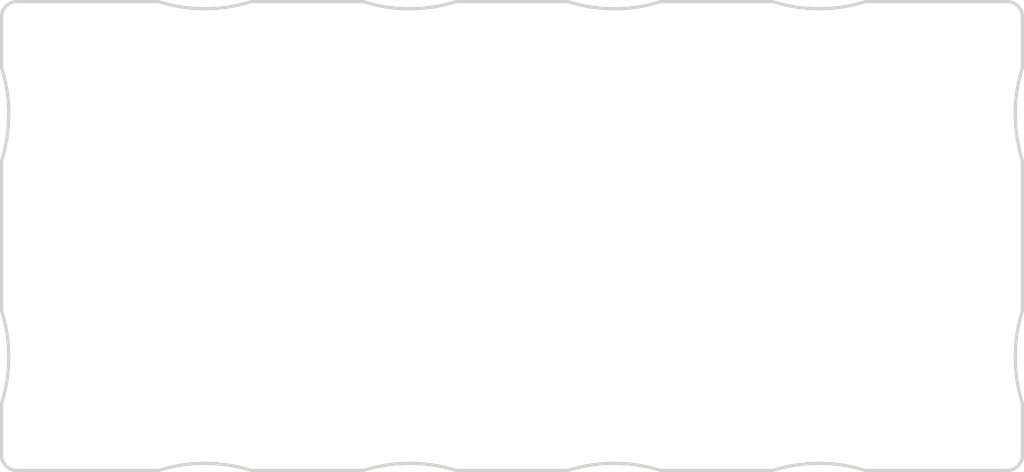
<source format=kicad_pcb>
(kicad_pcb (version 20200104) (host pcbnew "5.99.0-unknown-06c979d~86~ubuntu18.04.1")

  (general
    (thickness 1.6)
    (drawings 256)
    (tracks 0)
    (modules 0)
    (nets 1)
  )

  (page "A4")
  (layers
    (0 "F.Cu" signal)
    (31 "B.Cu" signal)
    (32 "B.Adhes" user)
    (33 "F.Adhes" user)
    (34 "B.Paste" user)
    (35 "F.Paste" user)
    (36 "B.SilkS" user)
    (37 "F.SilkS" user)
    (38 "B.Mask" user)
    (39 "F.Mask" user)
    (40 "Dwgs.User" user)
    (41 "Cmts.User" user)
    (42 "Eco1.User" user)
    (43 "Eco2.User" user)
    (44 "Edge.Cuts" user)
    (45 "Margin" user)
    (46 "B.CrtYd" user)
    (47 "F.CrtYd" user)
    (48 "B.Fab" user)
    (49 "F.Fab" user)
  )

  (setup
    (last_trace_width 0.25)
    (trace_clearance 0.2)
    (zone_clearance 0.508)
    (zone_45_only no)
    (trace_min 0.2)
    (via_size 0.8)
    (via_drill 0.4)
    (via_min_size 0.4)
    (via_min_drill 0.3)
    (uvia_size 0.3)
    (uvia_drill 0.1)
    (uvias_allowed no)
    (uvia_min_size 0.2)
    (uvia_min_drill 0.1)
    (max_error 0.005)
    (defaults
      (edge_clearance 0.01)
      (edge_cuts_line_width 0.05)
      (courtyard_line_width 0.05)
      (copper_line_width 0.2)
      (copper_text_dims (size 1.5 1.5) (thickness 0.3))
      (silk_line_width 0.12)
      (silk_text_dims (size 1 1) (thickness 0.15))
      (other_layers_line_width 0.1)
      (other_layers_text_dims (size 1 1) (thickness 0.15))
      (dimension_units 0)
      (dimension_precision 1)
    )
    (pad_size 1.524 1.524)
    (pad_drill 0.762)
    (pad_to_mask_clearance 0.051)
    (solder_mask_min_width 0.25)
    (aux_axis_origin 0 0)
    (visible_elements FFFFFF7F)
    (pcbplotparams
      (layerselection 0x010fc_ffffffff)
      (usegerberextensions false)
      (usegerberattributes false)
      (usegerberadvancedattributes false)
      (creategerberjobfile false)
      (excludeedgelayer true)
      (linewidth 0.150000)
      (plotframeref false)
      (viasonmask false)
      (mode 1)
      (useauxorigin false)
      (hpglpennumber 1)
      (hpglpenspeed 20)
      (hpglpendiameter 15.000000)
      (psnegative false)
      (psa4output false)
      (plotreference true)
      (plotvalue true)
      (plotinvisibletext false)
      (padsonsilk false)
      (subtractmaskfromsilk false)
      (outputformat 1)
      (mirror false)
      (drillshape 1)
      (scaleselection 1)
      (outputdirectory "")
    )
  )

  (net 0 "")

  (net_class "Default" "This is the default net class."
    (clearance 0.2)
    (trace_width 0.25)
    (via_dia 0.8)
    (via_drill 0.4)
    (uvia_dia 0.3)
    (uvia_drill 0.1)
  )

  (gr_line (start 109.182829 121.387464) (end 109.182829 121.387464) (layer "Edge.Cuts") (width 0.411418))
  (gr_line (start 110.646872 121.103131) (end 109.182829 121.387464) (layer "Edge.Cuts") (width 0.411418))
  (gr_line (start 190.916354 82.711385) (end 190.916354 101.601201) (layer "Edge.Cuts") (width 0.411418))
  (gr_line (start 62.141935 119.898557) (end 62.141935 113.350118) (layer "Edge.Cuts") (width 0.411418))
  (gr_line (start 133.565051 121.782697) (end 119.493292 121.782697) (layer "Edge.Cuts") (width 0.411418))
  (gr_line (start 107.744872 121.78262) (end 93.673098 121.78262) (layer "Edge.Cuts") (width 0.411418))
  (gr_line (start 159.384875 121.782422) (end 145.313097 121.782422) (layer "Edge.Cuts") (width 0.411418))
  (gr_line (start 171.133425 121.782636) (end 169.695498 121.387464) (layer "Edge.Cuts") (width 0.411418))
  (gr_line (start 109.182829 121.387464) (end 107.744898 121.782636) (layer "Edge.Cuts") (width 0.411418))
  (gr_line (start 168.231471 121.103131) (end 168.231471 121.103131) (layer "Edge.Cuts") (width 0.411418))
  (gr_line (start 169.695498 121.387464) (end 168.231471 121.103131) (layer "Edge.Cuts") (width 0.411418))
  (gr_line (start 169.695498 121.387464) (end 169.695498 121.387464) (layer "Edge.Cuts") (width 0.411418))
  (gr_line (start 113.619067 120.875043) (end 112.128909 120.931943) (layer "Edge.Cuts") (width 0.411418))
  (gr_line (start 83.362721 121.387464) (end 83.362721 121.387464) (layer "Edge.Cuts") (width 0.411418))
  (gr_line (start 145.313456 62.640973) (end 159.385226 62.640973) (layer "Edge.Cuts") (width 0.411418))
  (gr_line (start 62.821396 73.864911) (end 62.821396 73.864911) (layer "Edge.Cuts") (width 0.411418))
  (gr_line (start 62.992 75.346364) (end 62.821396 73.864911) (layer "Edge.Cuts") (width 0.411418))
  (gr_line (start 62.992 75.346364) (end 62.992 75.346364) (layer "Edge.Cuts") (width 0.411418))
  (gr_line (start 63.049452 76.837094) (end 62.992 75.346364) (layer "Edge.Cuts") (width 0.411418))
  (gr_line (start 189.031947 121.782239) (end 171.133349 121.782239) (layer "Edge.Cuts") (width 0.411418))
  (gr_line (start 171.13341 62.641889) (end 189.03213 62.641889) (layer "Edge.Cuts") (width 0.411418))
  (gr_line (start 62.141862 70.963071) (end 62.141862 64.526044) (layer "Edge.Cuts") (width 0.411418))
  (gr_line (start 190.916262 113.350163) (end 190.916262 119.898618) (layer "Edge.Cuts") (width 0.411418))
  (gr_line (start 81.924723 121.782636) (end 64.026047 121.782636) (layer "Edge.Cuts") (width 0.411418))
  (gr_line (start 142.411364 121.103131) (end 142.411364 121.103131) (layer "Edge.Cuts") (width 0.411418))
  (gr_line (start 143.875399 121.387464) (end 142.411364 121.103131) (layer "Edge.Cuts") (width 0.411418))
  (gr_line (start 143.875399 121.387464) (end 143.875399 121.387464) (layer "Edge.Cuts") (width 0.411418))
  (gr_line (start 145.313342 121.782636) (end 143.875399 121.387464) (layer "Edge.Cuts") (width 0.411418))
  (gr_line (start 92.235194 121.387464) (end 90.771147 121.103131) (layer "Edge.Cuts") (width 0.411418))
  (gr_line (start 62.177869 120.265759) (end 62.141897 119.89845) (layer "Edge.Cuts") (width 0.411418))
  (gr_line (start 62.177869 120.265759) (end 62.177869 120.265759) (layer "Edge.Cuts") (width 0.411418))
  (gr_line (start 62.285207 120.619153) (end 62.177869 120.265759) (layer "Edge.Cuts") (width 0.411418))
  (gr_line (start 62.285207 120.619153) (end 62.285207 120.619153) (layer "Edge.Cuts") (width 0.411418))
  (gr_line (start 169.695483 63.036893) (end 171.13341 62.641728) (layer "Edge.Cuts") (width 0.411418))
  (gr_line (start 169.695483 63.036893) (end 169.695483 63.036893) (layer "Edge.Cuts") (width 0.411418))
  (gr_line (start 168.231455 63.320653) (end 169.695483 63.036893) (layer "Edge.Cuts") (width 0.411418))
  (gr_line (start 168.231455 63.320653) (end 168.231455 63.320653) (layer "Edge.Cuts") (width 0.411418))
  (gr_line (start 93.673125 121.782636) (end 92.235194 121.387464) (layer "Edge.Cuts") (width 0.411418))
  (gr_line (start 118.0553 121.387464) (end 118.0553 121.387464) (layer "Edge.Cuts") (width 0.411418))
  (gr_line (start 163.769106 63.491834) (end 165.259257 63.549291) (layer "Edge.Cuts") (width 0.411418))
  (gr_line (start 163.769106 63.491834) (end 163.769106 63.491834) (layer "Edge.Cuts") (width 0.411418))
  (gr_line (start 162.287058 63.320653) (end 163.769106 63.491834) (layer "Edge.Cuts") (width 0.411418))
  (gr_line (start 162.287058 63.320653) (end 162.287058 63.320653) (layer "Edge.Cuts") (width 0.411418))
  (gr_line (start 189.752863 121.639295) (end 189.39947 121.746091) (layer "Edge.Cuts") (width 0.411418))
  (gr_line (start 189.752863 121.639295) (end 189.752863 121.639295) (layer "Edge.Cuts") (width 0.411418))
  (gr_line (start 190.078967 121.464627) (end 189.752863 121.639295) (layer "Edge.Cuts") (width 0.411418))
  (gr_line (start 190.078967 121.464627) (end 190.078967 121.464627) (layer "Edge.Cuts") (width 0.411418))
  (gr_line (start 115.109221 120.931943) (end 115.109221 120.931943) (layer "Edge.Cuts") (width 0.411418))
  (gr_line (start 62.979216 62.959165) (end 62.979216 62.959165) (layer "Edge.Cuts") (width 0.411418))
  (gr_line (start 62.69372 63.193585) (end 62.979216 62.959165) (layer "Edge.Cuts") (width 0.411418))
  (gr_line (start 62.69372 63.193585) (end 62.69372 63.193585) (layer "Edge.Cuts") (width 0.411418))
  (gr_line (start 62.459285 63.479093) (end 62.69372 63.193585) (layer "Edge.Cuts") (width 0.411418))
  (gr_line (start 62.459285 63.479093) (end 62.459285 63.479093) (layer "Edge.Cuts") (width 0.411418))
  (gr_line (start 63.658148 121.746076) (end 63.658148 121.746076) (layer "Edge.Cuts") (width 0.411418))
  (gr_line (start 64.026045 121.782636) (end 63.658148 121.746076) (layer "Edge.Cuts") (width 0.411418))
  (gr_line (start 189.39947 121.746091) (end 189.032153 121.782697) (layer "Edge.Cuts") (width 0.411418))
  (gr_line (start 189.39947 121.746091) (end 189.39947 121.746091) (layer "Edge.Cuts") (width 0.411418))
  (gr_line (start 160.823054 121.387464) (end 159.385119 121.782636) (layer "Edge.Cuts") (width 0.411418))
  (gr_line (start 160.823054 121.387464) (end 160.823054 121.387464) (layer "Edge.Cuts") (width 0.411418))
  (gr_line (start 162.287074 121.103131) (end 160.823054 121.387464) (layer "Edge.Cuts") (width 0.411418))
  (gr_line (start 162.287074 121.103131) (end 162.287074 121.103131) (layer "Edge.Cuts") (width 0.411418))
  (gr_line (start 62.459291 120.945264) (end 62.285207 120.619153) (layer "Edge.Cuts") (width 0.411418))
  (gr_line (start 62.459291 120.945264) (end 62.459291 120.945264) (layer "Edge.Cuts") (width 0.411418))
  (gr_line (start 62.693724 121.230786) (end 62.459291 120.945264) (layer "Edge.Cuts") (width 0.411418))
  (gr_line (start 62.693724 121.230786) (end 62.693724 121.230786) (layer "Edge.Cuts") (width 0.411418))
  (gr_line (start 62.979222 121.464627) (end 62.693724 121.230786) (layer "Edge.Cuts") (width 0.411418))
  (gr_line (start 92.235194 121.387464) (end 92.235194 121.387464) (layer "Edge.Cuts") (width 0.411418))
  (gr_line (start 63.049452 76.837094) (end 63.049452 76.837094) (layer "Edge.Cuts") (width 0.411418))
  (gr_line (start 62.992 78.327252) (end 63.049452 76.837094) (layer "Edge.Cuts") (width 0.411418))
  (gr_line (start 62.992 78.327252) (end 62.992 78.327252) (layer "Edge.Cuts") (width 0.411418))
  (gr_line (start 62.821396 79.808705) (end 62.992 78.327252) (layer "Edge.Cuts") (width 0.411418))
  (gr_line (start 87.798956 120.875043) (end 86.3088 120.931943) (layer "Edge.Cuts") (width 0.411418))
  (gr_line (start 62.979222 121.464627) (end 62.979222 121.464627) (layer "Edge.Cuts") (width 0.411418))
  (gr_line (start 63.304758 121.639295) (end 62.979222 121.464627) (layer "Edge.Cuts") (width 0.411418))
  (gr_line (start 63.304758 121.639295) (end 63.304758 121.639295) (layer "Edge.Cuts") (width 0.411418))
  (gr_line (start 63.658148 121.746076) (end 63.304758 121.639295) (layer "Edge.Cuts") (width 0.411418))
  (gr_line (start 62.992 108.966) (end 62.992 108.966) (layer "Edge.Cuts") (width 0.411418))
  (gr_line (start 62.821396 110.447453) (end 62.992 108.966) (layer "Edge.Cuts") (width 0.411418))
  (gr_line (start 62.821396 110.447453) (end 62.821396 110.447453) (layer "Edge.Cuts") (width 0.411418))
  (gr_line (start 62.537059 111.912084) (end 62.821396 110.447453) (layer "Edge.Cuts") (width 0.411418))
  (gr_line (start 62.821396 79.808705) (end 62.821396 79.808705) (layer "Edge.Cuts") (width 0.411418))
  (gr_line (start 62.537059 81.273343) (end 62.821396 79.808705) (layer "Edge.Cuts") (width 0.411418))
  (gr_line (start 62.537059 81.273343) (end 62.537059 81.273343) (layer "Edge.Cuts") (width 0.411418))
  (gr_line (start 62.14189 82.71127) (end 62.537059 81.273343) (layer "Edge.Cuts") (width 0.411418))
  (gr_line (start 119.493231 121.782636) (end 118.0553 121.387464) (layer "Edge.Cuts") (width 0.411418))
  (gr_line (start 84.826766 121.103131) (end 84.826766 121.103131) (layer "Edge.Cuts") (width 0.411418))
  (gr_line (start 84.826766 121.103131) (end 83.362721 121.387464) (layer "Edge.Cuts") (width 0.411418))
  (gr_line (start 190.916308 119.89845) (end 190.879809 120.265759) (layer "Edge.Cuts") (width 0.411418))
  (gr_line (start 62.537059 72.400853) (end 62.14189 70.962933) (layer "Edge.Cuts") (width 0.411418))
  (gr_line (start 62.537059 72.400853) (end 62.537059 72.400853) (layer "Edge.Cuts") (width 0.411418))
  (gr_line (start 62.821396 73.864911) (end 62.537059 72.400853) (layer "Edge.Cuts") (width 0.411418))
  (gr_line (start 63.658143 62.677617) (end 64.026039 62.641667) (layer "Edge.Cuts") (width 0.411418))
  (gr_line (start 63.658143 62.677617) (end 63.658143 62.677617) (layer "Edge.Cuts") (width 0.411418))
  (gr_line (start 63.304754 62.785062) (end 63.658143 62.677617) (layer "Edge.Cuts") (width 0.411418))
  (gr_line (start 63.304754 62.785062) (end 63.304754 62.785062) (layer "Edge.Cuts") (width 0.411418))
  (gr_line (start 62.979216 62.959165) (end 63.304754 62.785062) (layer "Edge.Cuts") (width 0.411418))
  (gr_line (start 113.619067 120.875043) (end 113.619067 120.875043) (layer "Edge.Cuts") (width 0.411418))
  (gr_line (start 116.591254 121.103131) (end 116.591254 121.103131) (layer "Edge.Cuts") (width 0.411418))
  (gr_line (start 190.879748 64.158009) (end 190.916247 64.525906) (layer "Edge.Cuts") (width 0.411418))
  (gr_line (start 190.879748 64.158009) (end 190.879748 64.158009) (layer "Edge.Cuts") (width 0.411418))
  (gr_line (start 190.772952 63.804616) (end 190.879748 64.158009) (layer "Edge.Cuts") (width 0.411418))
  (gr_line (start 190.772952 63.804616) (end 190.772952 63.804616) (layer "Edge.Cuts") (width 0.411418))
  (gr_line (start 190.598879 63.479093) (end 190.772952 63.804616) (layer "Edge.Cuts") (width 0.411418))
  (gr_line (start 139.439166 120.875043) (end 139.439166 120.875043) (layer "Edge.Cuts") (width 0.411418))
  (gr_line (start 140.929324 120.931943) (end 139.439166 120.875043) (layer "Edge.Cuts") (width 0.411418))
  (gr_line (start 140.929324 120.931943) (end 140.929324 120.931943) (layer "Edge.Cuts") (width 0.411418))
  (gr_line (start 142.411364 121.103131) (end 140.929324 120.931943) (layer "Edge.Cuts") (width 0.411418))
  (gr_line (start 62.285202 63.804616) (end 62.459285 63.479093) (layer "Edge.Cuts") (width 0.411418))
  (gr_line (start 62.285202 63.804616) (end 62.285202 63.804616) (layer "Edge.Cuts") (width 0.411418))
  (gr_line (start 62.177853 64.158009) (end 62.285202 63.804616) (layer "Edge.Cuts") (width 0.411418))
  (gr_line (start 62.177853 64.158009) (end 62.177853 64.158009) (layer "Edge.Cuts") (width 0.411418))
  (gr_line (start 62.141881 64.525906) (end 62.177853 64.158009) (layer "Edge.Cuts") (width 0.411418))
  (gr_line (start 83.362721 121.387464) (end 81.924792 121.782636) (layer "Edge.Cuts") (width 0.411418))
  (gr_line (start 116.591254 121.103131) (end 115.109221 120.931943) (layer "Edge.Cuts") (width 0.411418))
  (gr_line (start 93.673243 62.640897) (end 107.745017 62.640897) (layer "Edge.Cuts") (width 0.411418))
  (gr_line (start 64.026148 62.640996) (end 81.924754 62.640996) (layer "Edge.Cuts") (width 0.411418))
  (gr_line (start 119.493235 62.641591) (end 133.565005 62.641591) (layer "Edge.Cuts") (width 0.411418))
  (gr_line (start 190.916323 64.525838) (end 190.916323 70.962865) (layer "Edge.Cuts") (width 0.411418))
  (gr_line (start 62.141868 101.600354) (end 62.141868 82.710568) (layer "Edge.Cuts") (width 0.411418))
  (gr_line (start 190.773013 120.619153) (end 190.598925 120.945264) (layer "Edge.Cuts") (width 0.411418))
  (gr_line (start 190.773013 120.619153) (end 190.773013 120.619153) (layer "Edge.Cuts") (width 0.411418))
  (gr_line (start 190.879809 120.265759) (end 190.773013 120.619153) (layer "Edge.Cuts") (width 0.411418))
  (gr_line (start 190.879809 120.265759) (end 190.879809 120.265759) (layer "Edge.Cuts") (width 0.411418))
  (gr_line (start 115.109221 120.931943) (end 113.619067 120.875043) (layer "Edge.Cuts") (width 0.411418))
  (gr_line (start 166.749407 63.491834) (end 168.231455 63.320653) (layer "Edge.Cuts") (width 0.411418))
  (gr_line (start 166.749407 63.491834) (end 166.749407 63.491834) (layer "Edge.Cuts") (width 0.411418))
  (gr_line (start 165.259257 63.549291) (end 166.749407 63.491834) (layer "Edge.Cuts") (width 0.411418))
  (gr_line (start 165.259257 63.549291) (end 165.259257 63.549291) (layer "Edge.Cuts") (width 0.411418))
  (gr_line (start 118.0553 121.387464) (end 116.591254 121.103131) (layer "Edge.Cuts") (width 0.411418))
  (gr_line (start 87.798956 120.875043) (end 87.798956 120.875043) (layer "Edge.Cuts") (width 0.411418))
  (gr_line (start 190.364474 121.230771) (end 190.078967 121.464627) (layer "Edge.Cuts") (width 0.411418))
  (gr_line (start 190.364474 121.230771) (end 190.364474 121.230771) (layer "Edge.Cuts") (width 0.411418))
  (gr_line (start 190.598925 120.945264) (end 190.364474 121.230771) (layer "Edge.Cuts") (width 0.411418))
  (gr_line (start 190.598925 120.945264) (end 190.598925 120.945264) (layer "Edge.Cuts") (width 0.411418))
  (gr_line (start 86.3088 120.931943) (end 86.3088 120.931943) (layer "Edge.Cuts") (width 0.411418))
  (gr_line (start 163.769122 120.931943) (end 162.287074 121.103131) (layer "Edge.Cuts") (width 0.411418))
  (gr_line (start 163.769122 120.931943) (end 163.769122 120.931943) (layer "Edge.Cuts") (width 0.411418))
  (gr_line (start 165.259272 120.875043) (end 163.769122 120.931943) (layer "Edge.Cuts") (width 0.411418))
  (gr_line (start 165.259272 120.875043) (end 165.259272 120.875043) (layer "Edge.Cuts") (width 0.411418))
  (gr_line (start 112.128909 120.931943) (end 112.128909 120.931943) (layer "Edge.Cuts") (width 0.411418))
  (gr_line (start 86.3088 120.931943) (end 84.826766 121.103131) (layer "Edge.Cuts") (width 0.411418))
  (gr_line (start 190.598879 63.479093) (end 190.598879 63.479093) (layer "Edge.Cuts") (width 0.411418))
  (gr_line (start 190.364443 63.193585) (end 190.598879 63.479093) (layer "Edge.Cuts") (width 0.411418))
  (gr_line (start 190.364443 63.193585) (end 190.364443 63.193585) (layer "Edge.Cuts") (width 0.411418))
  (gr_line (start 190.078936 62.959165) (end 190.364443 63.193585) (layer "Edge.Cuts") (width 0.411418))
  (gr_line (start 190.078936 62.959165) (end 190.078936 62.959165) (layer "Edge.Cuts") (width 0.411418))
  (gr_line (start 110.646872 121.103131) (end 110.646872 121.103131) (layer "Edge.Cuts") (width 0.411418))
  (gr_line (start 90.771147 121.103131) (end 90.771147 121.103131) (layer "Edge.Cuts") (width 0.411418))
  (gr_line (start 89.289113 120.931943) (end 89.289113 120.931943) (layer "Edge.Cuts") (width 0.411418))
  (gr_line (start 90.771147 121.103131) (end 89.289113 120.931943) (layer "Edge.Cuts") (width 0.411418))
  (gr_line (start 89.289113 120.931943) (end 87.798956 120.875043) (layer "Edge.Cuts") (width 0.411418))
  (gr_line (start 166.749423 120.931943) (end 165.259272 120.875043) (layer "Edge.Cuts") (width 0.411418))
  (gr_line (start 166.749423 120.931943) (end 166.749423 120.931943) (layer "Edge.Cuts") (width 0.411418))
  (gr_line (start 168.231471 121.103131) (end 166.749423 120.931943) (layer "Edge.Cuts") (width 0.411418))
  (gr_line (start 189.752825 62.785062) (end 190.078936 62.959165) (layer "Edge.Cuts") (width 0.411418))
  (gr_line (start 189.752825 62.785062) (end 189.752825 62.785062) (layer "Edge.Cuts") (width 0.411418))
  (gr_line (start 189.399432 62.677617) (end 189.752825 62.785062) (layer "Edge.Cuts") (width 0.411418))
  (gr_line (start 189.399432 62.677617) (end 189.399432 62.677617) (layer "Edge.Cuts") (width 0.411418))
  (gr_line (start 189.032122 62.641667) (end 189.399432 62.677617) (layer "Edge.Cuts") (width 0.411418))
  (gr_line (start 160.823039 63.036893) (end 162.287058 63.320653) (layer "Edge.Cuts") (width 0.411418))
  (gr_line (start 160.823039 63.036893) (end 160.823039 63.036893) (layer "Edge.Cuts") (width 0.411418))
  (gr_line (start 159.385104 62.641728) (end 160.823039 63.036893) (layer "Edge.Cuts") (width 0.411418))
  (gr_line (start 92.235171 63.036893) (end 93.673102 62.641728) (layer "Edge.Cuts") (width 0.411418))
  (gr_line (start 92.235171 63.036893) (end 92.235171 63.036893) (layer "Edge.Cuts") (width 0.411418))
  (gr_line (start 90.771124 63.320653) (end 92.235171 63.036893) (layer "Edge.Cuts") (width 0.411418))
  (gr_line (start 90.771124 63.320653) (end 90.771124 63.320653) (layer "Edge.Cuts") (width 0.411418))
  (gr_line (start 89.28909 63.491834) (end 90.771124 63.320653) (layer "Edge.Cuts") (width 0.411418))
  (gr_line (start 89.28909 63.491834) (end 89.28909 63.491834) (layer "Edge.Cuts") (width 0.411418))
  (gr_line (start 87.798933 63.549291) (end 89.28909 63.491834) (layer "Edge.Cuts") (width 0.411418))
  (gr_line (start 87.798933 63.549291) (end 87.798933 63.549291) (layer "Edge.Cuts") (width 0.411418))
  (gr_line (start 86.308777 63.491834) (end 87.798933 63.549291) (layer "Edge.Cuts") (width 0.411418))
  (gr_line (start 86.308777 63.491834) (end 86.308777 63.491834) (layer "Edge.Cuts") (width 0.411418))
  (gr_line (start 84.826743 63.320653) (end 86.308777 63.491834) (layer "Edge.Cuts") (width 0.411418))
  (gr_line (start 84.826743 63.320653) (end 84.826743 63.320653) (layer "Edge.Cuts") (width 0.411418))
  (gr_line (start 83.362698 63.036893) (end 84.826743 63.320653) (layer "Edge.Cuts") (width 0.411418))
  (gr_line (start 83.362698 63.036893) (end 83.362698 63.036893) (layer "Edge.Cuts") (width 0.411418))
  (gr_line (start 81.924769 62.641728) (end 83.362698 63.036893) (layer "Edge.Cuts") (width 0.411418))
  (gr_line (start 118.055277 63.036893) (end 119.493208 62.641728) (layer "Edge.Cuts") (width 0.411418))
  (gr_line (start 118.055277 63.036893) (end 118.055277 63.036893) (layer "Edge.Cuts") (width 0.411418))
  (gr_line (start 116.591231 63.320653) (end 118.055277 63.036893) (layer "Edge.Cuts") (width 0.411418))
  (gr_line (start 116.591231 63.320653) (end 116.591231 63.320653) (layer "Edge.Cuts") (width 0.411418))
  (gr_line (start 115.109198 63.491834) (end 116.591231 63.320653) (layer "Edge.Cuts") (width 0.411418))
  (gr_line (start 115.109198 63.491834) (end 115.109198 63.491834) (layer "Edge.Cuts") (width 0.411418))
  (gr_line (start 113.619044 63.549291) (end 115.109198 63.491834) (layer "Edge.Cuts") (width 0.411418))
  (gr_line (start 113.619044 63.549291) (end 113.619044 63.549291) (layer "Edge.Cuts") (width 0.411418))
  (gr_line (start 112.128886 63.491834) (end 113.619044 63.549291) (layer "Edge.Cuts") (width 0.411418))
  (gr_line (start 112.128886 63.491834) (end 112.128886 63.491834) (layer "Edge.Cuts") (width 0.411418))
  (gr_line (start 110.646849 63.320653) (end 112.128886 63.491834) (layer "Edge.Cuts") (width 0.411418))
  (gr_line (start 110.646849 63.320653) (end 110.646849 63.320653) (layer "Edge.Cuts") (width 0.411418))
  (gr_line (start 109.182806 63.036893) (end 110.646849 63.320653) (layer "Edge.Cuts") (width 0.411418))
  (gr_line (start 109.182806 63.036893) (end 109.182806 63.036893) (layer "Edge.Cuts") (width 0.411418))
  (gr_line (start 107.744875 62.641728) (end 109.182806 63.036893) (layer "Edge.Cuts") (width 0.411418))
  (gr_line (start 143.875384 63.036893) (end 145.313326 62.641728) (layer "Edge.Cuts") (width 0.411418))
  (gr_line (start 143.875384 63.036893) (end 143.875384 63.036893) (layer "Edge.Cuts") (width 0.411418))
  (gr_line (start 142.411349 63.320653) (end 143.875384 63.036893) (layer "Edge.Cuts") (width 0.411418))
  (gr_line (start 142.411349 63.320653) (end 142.411349 63.320653) (layer "Edge.Cuts") (width 0.411418))
  (gr_line (start 140.929308 63.491834) (end 142.411349 63.320653) (layer "Edge.Cuts") (width 0.411418))
  (gr_line (start 140.929308 63.491834) (end 140.929308 63.491834) (layer "Edge.Cuts") (width 0.411418))
  (gr_line (start 139.43915 63.549291) (end 140.929308 63.491834) (layer "Edge.Cuts") (width 0.411418))
  (gr_line (start 139.43915 63.549291) (end 139.43915 63.549291) (layer "Edge.Cuts") (width 0.411418))
  (gr_line (start 137.948992 63.491834) (end 139.43915 63.549291) (layer "Edge.Cuts") (width 0.411418))
  (gr_line (start 137.948992 63.491834) (end 137.948992 63.491834) (layer "Edge.Cuts") (width 0.411418))
  (gr_line (start 136.466959 63.320653) (end 137.948992 63.491834) (layer "Edge.Cuts") (width 0.411418))
  (gr_line (start 136.466959 63.320653) (end 136.466959 63.320653) (layer "Edge.Cuts") (width 0.411418))
  (gr_line (start 135.002909 63.036893) (end 136.466959 63.320653) (layer "Edge.Cuts") (width 0.411418))
  (gr_line (start 135.002909 63.036893) (end 135.002909 63.036893) (layer "Edge.Cuts") (width 0.411418))
  (gr_line (start 133.56499 62.641728) (end 135.002909 63.036893) (layer "Edge.Cuts") (width 0.411418))
  (gr_line (start 190.521136 81.273343) (end 190.916293 82.711263) (layer "Edge.Cuts") (width 0.411418))
  (gr_line (start 190.521136 81.273343) (end 190.521136 81.273343) (layer "Edge.Cuts") (width 0.411418))
  (gr_line (start 190.236804 79.808698) (end 190.521136 81.273343) (layer "Edge.Cuts") (width 0.411418))
  (gr_line (start 190.236804 79.808698) (end 190.236804 79.808698) (layer "Edge.Cuts") (width 0.411418))
  (gr_line (start 190.06563 78.327245) (end 190.236804 79.808698) (layer "Edge.Cuts") (width 0.411418))
  (gr_line (start 190.06563 78.327245) (end 190.06563 78.327245) (layer "Edge.Cuts") (width 0.411418))
  (gr_line (start 190.00873 76.837087) (end 190.06563 78.327245) (layer "Edge.Cuts") (width 0.411418))
  (gr_line (start 190.00873 76.837087) (end 190.00873 76.837087) (layer "Edge.Cuts") (width 0.411418))
  (gr_line (start 190.06563 75.346356) (end 190.00873 76.837087) (layer "Edge.Cuts") (width 0.411418))
  (gr_line (start 190.06563 75.346356) (end 190.06563 75.346356) (layer "Edge.Cuts") (width 0.411418))
  (gr_line (start 190.236804 73.864903) (end 190.06563 75.346356) (layer "Edge.Cuts") (width 0.411418))
  (gr_line (start 190.236804 73.864903) (end 190.236804 73.864903) (layer "Edge.Cuts") (width 0.411418))
  (gr_line (start 190.521136 72.400853) (end 190.236804 73.864903) (layer "Edge.Cuts") (width 0.411418))
  (gr_line (start 190.521136 72.400853) (end 190.521136 72.400853) (layer "Edge.Cuts") (width 0.411418))
  (gr_line (start 190.916293 70.962933) (end 190.521136 72.400853) (layer "Edge.Cuts") (width 0.411418))
  (gr_line (start 62.537059 103.039601) (end 62.14189 101.601094) (layer "Edge.Cuts") (width 0.411418))
  (gr_line (start 62.537059 103.039601) (end 62.537059 103.039601) (layer "Edge.Cuts") (width 0.411418))
  (gr_line (start 62.821396 104.503659) (end 62.537059 103.039601) (layer "Edge.Cuts") (width 0.411418))
  (gr_line (start 62.821396 104.503659) (end 62.821396 104.503659) (layer "Edge.Cuts") (width 0.411418))
  (gr_line (start 62.992 105.985112) (end 62.821396 104.503659) (layer "Edge.Cuts") (width 0.411418))
  (gr_line (start 112.128909 120.931943) (end 110.646872 121.103131) (layer "Edge.Cuts") (width 0.411418))
  (gr_line (start 190.236819 110.447453) (end 190.521151 111.912084) (layer "Edge.Cuts") (width 0.411418))
  (gr_line (start 190.236819 110.447453) (end 190.236819 110.447453) (layer "Edge.Cuts") (width 0.411418))
  (gr_line (start 190.065646 108.966) (end 190.236819 110.447453) (layer "Edge.Cuts") (width 0.411418))
  (gr_line (start 190.065646 108.966) (end 190.065646 108.966) (layer "Edge.Cuts") (width 0.411418))
  (gr_line (start 136.466975 121.103131) (end 136.466975 121.103131) (layer "Edge.Cuts") (width 0.411418))
  (gr_line (start 137.949008 120.931943) (end 136.466975 121.103131) (layer "Edge.Cuts") (width 0.411418))
  (gr_line (start 137.949008 120.931943) (end 137.949008 120.931943) (layer "Edge.Cuts") (width 0.411418))
  (gr_line (start 139.439166 120.875043) (end 137.949008 120.931943) (layer "Edge.Cuts") (width 0.411418))
  (gr_line (start 190.236819 104.503659) (end 190.065646 105.985112) (layer "Edge.Cuts") (width 0.411418))
  (gr_line (start 190.236819 104.503659) (end 190.236819 104.503659) (layer "Edge.Cuts") (width 0.411418))
  (gr_line (start 190.521151 103.039601) (end 190.236819 104.503659) (layer "Edge.Cuts") (width 0.411418))
  (gr_line (start 190.521151 103.039601) (end 190.521151 103.039601) (layer "Edge.Cuts") (width 0.411418))
  (gr_line (start 62.537059 111.912084) (end 62.537059 111.912084) (layer "Edge.Cuts") (width 0.411418))
  (gr_line (start 62.14189 113.350011) (end 62.537059 111.912084) (layer "Edge.Cuts") (width 0.411418))
  (gr_line (start 190.521151 111.912084) (end 190.916308 113.350011) (layer "Edge.Cuts") (width 0.411418))
  (gr_line (start 190.521151 111.912084) (end 190.521151 111.912084) (layer "Edge.Cuts") (width 0.411418))
  (gr_line (start 190.008746 107.47585) (end 190.065646 108.966) (layer "Edge.Cuts") (width 0.411418))
  (gr_line (start 190.008746 107.47585) (end 190.008746 107.47585) (layer "Edge.Cuts") (width 0.411418))
  (gr_line (start 190.065646 105.985112) (end 190.008746 107.47585) (layer "Edge.Cuts") (width 0.411418))
  (gr_line (start 190.065646 105.985112) (end 190.065646 105.985112) (layer "Edge.Cuts") (width 0.411418))
  (gr_line (start 190.916308 101.601094) (end 190.521151 103.039601) (layer "Edge.Cuts") (width 0.411418))
  (gr_line (start 135.002924 121.387464) (end 133.565005 121.782636) (layer "Edge.Cuts") (width 0.411418))
  (gr_line (start 135.002924 121.387464) (end 135.002924 121.387464) (layer "Edge.Cuts") (width 0.411418))
  (gr_line (start 136.466975 121.103131) (end 135.002924 121.387464) (layer "Edge.Cuts") (width 0.411418))
  (gr_line (start 62.992 105.985112) (end 62.992 105.985112) (layer "Edge.Cuts") (width 0.411418))
  (gr_line (start 63.049453 107.47585) (end 62.992 105.985112) (layer "Edge.Cuts") (width 0.411418))
  (gr_line (start 63.049453 107.47585) (end 63.049453 107.47585) (layer "Edge.Cuts") (width 0.411418))
  (gr_line (start 62.992 108.966) (end 63.049453 107.47585) (layer "Edge.Cuts") (width 0.411418))

)

</source>
